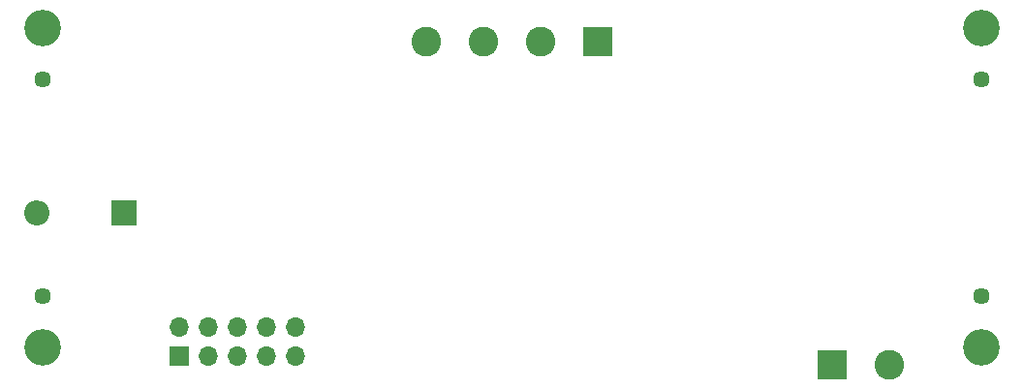
<source format=gbr>
%TF.GenerationSoftware,KiCad,Pcbnew,(6.0.0)*%
%TF.CreationDate,2022-01-14T12:25:06-05:00*%
%TF.ProjectId,ADC-board-HX711,4144432d-626f-4617-9264-2d4858373131,rev?*%
%TF.SameCoordinates,Original*%
%TF.FileFunction,Soldermask,Top*%
%TF.FilePolarity,Negative*%
%FSLAX46Y46*%
G04 Gerber Fmt 4.6, Leading zero omitted, Abs format (unit mm)*
G04 Created by KiCad (PCBNEW (6.0.0)) date 2022-01-14 12:25:06*
%MOMM*%
%LPD*%
G01*
G04 APERTURE LIST*
%ADD10O,2.200000X2.200000*%
%ADD11R,2.200000X2.200000*%
%ADD12C,1.448000*%
%ADD13R,1.700000X1.700000*%
%ADD14O,1.700000X1.700000*%
%ADD15R,2.600000X2.600000*%
%ADD16C,2.600000*%
%ADD17C,3.200000*%
G04 APERTURE END LIST*
D10*
%TO.C,D2*%
X4480000Y-20700000D03*
D11*
X12100000Y-20700000D03*
%TD*%
D12*
%TO.C,HT4*%
X87000000Y-28000000D03*
%TD*%
%TO.C,HT3*%
X5000000Y-28000000D03*
%TD*%
D13*
%TO.C,J1*%
X16920000Y-33270000D03*
D14*
X16920000Y-30730000D03*
X19460000Y-33270000D03*
X19460000Y-30730000D03*
X22000000Y-33270000D03*
X22000000Y-30730000D03*
X24540000Y-33270000D03*
X24540000Y-30730000D03*
X27080000Y-33270000D03*
X27080000Y-30730000D03*
%TD*%
D12*
%TO.C,HT2*%
X87000000Y-9000000D03*
%TD*%
%TO.C,HT1*%
X5000000Y-9000000D03*
%TD*%
D15*
%TO.C,J3*%
X74000000Y-34000000D03*
D16*
X79000000Y-34000000D03*
%TD*%
D15*
%TO.C,J2*%
X53500000Y-5695000D03*
D16*
X48500000Y-5695000D03*
X43500000Y-5695000D03*
X38500000Y-5695000D03*
%TD*%
D17*
%TO.C,H4*%
X87000000Y-32500000D03*
%TD*%
%TO.C,H2*%
X87000000Y-4500000D03*
%TD*%
%TO.C,H1*%
X5000000Y-4500000D03*
%TD*%
%TO.C,H3*%
X5000000Y-32500000D03*
%TD*%
M02*

</source>
